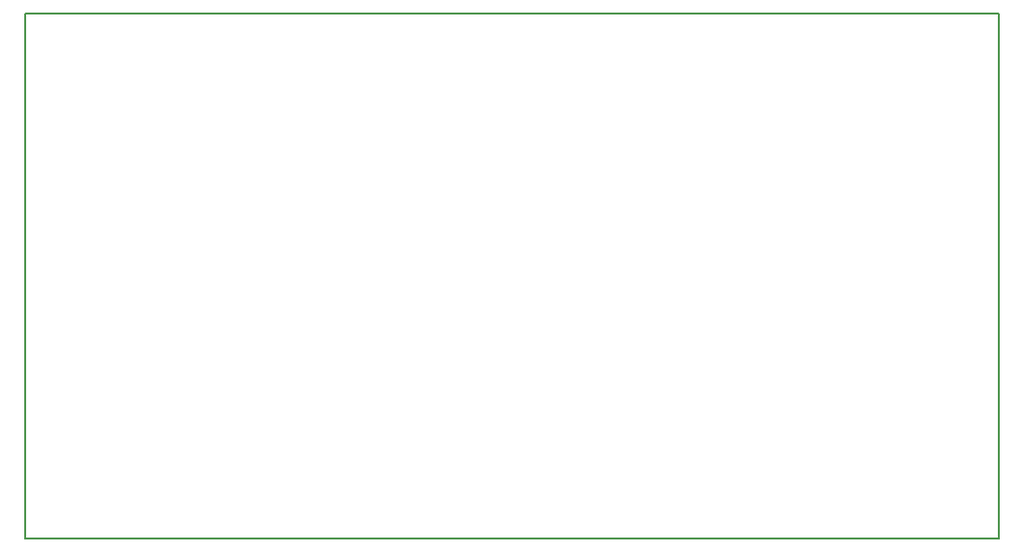
<source format=gm1>
G04 MADE WITH FRITZING*
G04 WWW.FRITZING.ORG*
G04 DOUBLE SIDED*
G04 HOLES PLATED*
G04 CONTOUR ON CENTER OF CONTOUR VECTOR*
%ASAXBY*%
%FSLAX23Y23*%
%MOIN*%
%OFA0B0*%
%SFA1.0B1.0*%
%ADD10R,3.359890X1.816640*%
%ADD11C,0.008000*%
%ADD10C,0.008*%
%LNCONTOUR*%
G90*
G70*
G54D10*
G54D11*
X4Y1813D02*
X3356Y1813D01*
X3356Y4D01*
X4Y4D01*
X4Y1813D01*
D02*
G04 End of contour*
M02*
</source>
